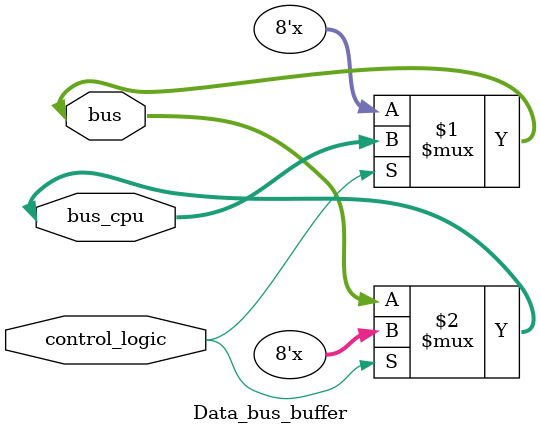
<source format=v>
`timescale 1ns / 1ps
module Data_bus_buffer(
input control_logic,
inout [7:0] bus_cpu,
inout [7:0] bus
    );


assign bus = (control_logic)? bus_cpu : 8'bzzzz_zzzz ; // if control = 1 A processor write on ports
assign bus_cpu = (control_logic)? 8'bzzzz_zzzz : bus; // if control = 0 processor read from ports

endmodule

/*

module testbuffer();


reg control_logic;
wire [7:0] bus_cpu,bus;

Data_bus_buffer databus (
    .control_logic(control_logic), 
    .bus_cpu(bus_cpu), 
    .bus(bus)
    );


assign bus=(control_logic)?8'hff:8'bzzzz_zzzz;

assign bus_cpu= (control_logic)? 8'bzzzz_zzzz :8'h00;

initial
begin

control_logic=1'b1;
#10


control_logic=1'b0;
#10


control_logic=1'b1;
#10


control_logic=1'b0;




end



endmodule
*/
</source>
